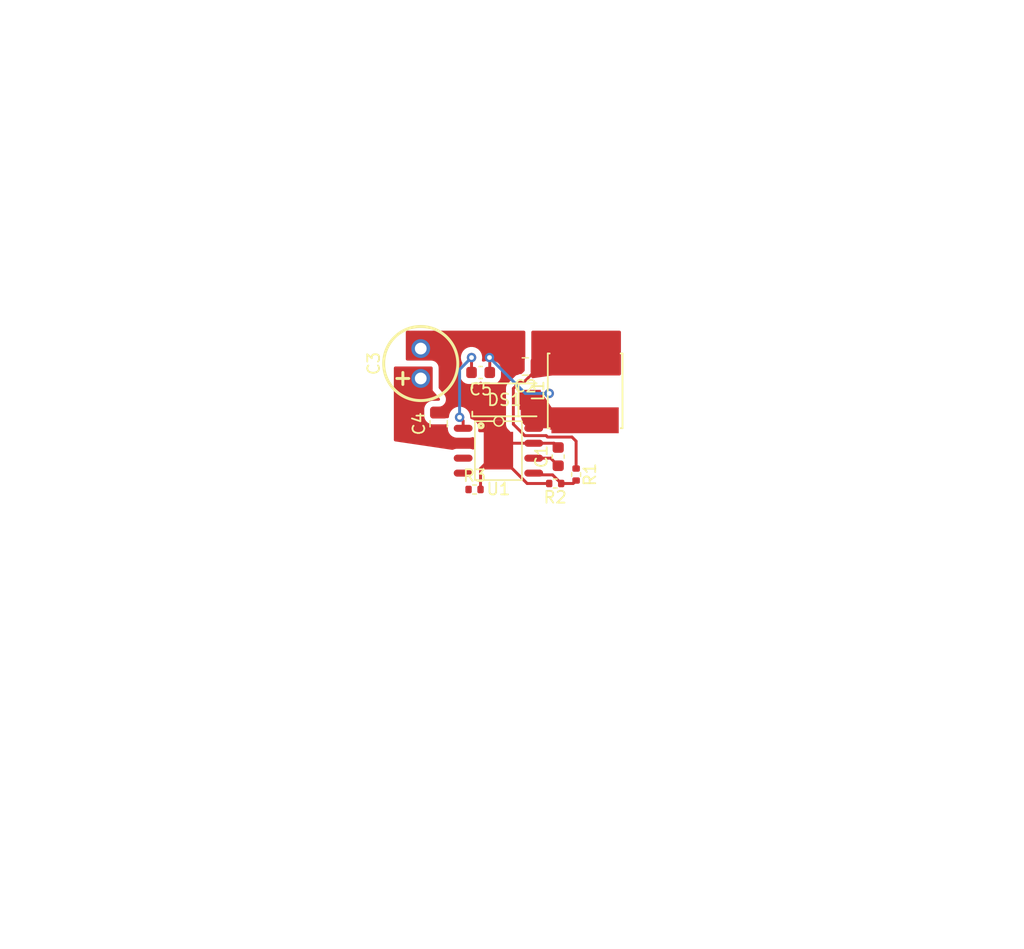
<source format=kicad_pcb>
(kicad_pcb (version 20240108) (generator "pcbnew") (generator_version "8.0")
  (layers (0 "F.Cu" signal) (31 "B.Cu" signal) (34 "B.Paste" user) (35 "F.Paste" user) (36 "B.SilkS" user "B.Silkscreen") (37 "F.SilkS" user "F.Silkscreen") (38 "B.Mask" user) (39 "F.Mask" user) (44 "Edge.Cuts" user))
  (net 0 "")
  (net 1 "boot")
  (net 2 "out")
  (net 3 "vcc")
  (net 4 "rt_slash_sync")
  (net 5 "en")
  (net 6 "gnd")
  (net 7 "sw")
  (net 8 "ss")
  (net 9 "vcc-1")
  (footprint "lib:C0603" (layer "F.Cu") (at 146.571 95.25 180)
    (property "Reference" "C5" (at 0 -1.43 180) (layer "F.SilkS"))
    (property "Value" "50V 100nF X7R ±10% 0603  Multilayer Ceramic Capacitors MLCC - SMD/SMT ROHS")
    (fp_line (start -0.14058 0.51) (end 0.14058 0.51) (stroke (width 0.12)) (layer "F.SilkS"))
    (fp_line (start -0.14058 -0.51) (end 0.14058 -0.51) (stroke (width 0.12)) (layer "F.SilkS"))
    (pad "1" smd roundrect (at -0.775 0 180) (size 0.9 0.95) (layers "F.Cu" "F.Paste" "F.Mask") (net 7 "sw"))
    (pad "2" smd roundrect (at 0.775 0 180) (size 0.9 0.95) (layers "F.Cu" "F.Paste" "F.Mask") (net 1 "boot"))
  )
  (footprint "lib:IND-SMD_L6.2-W6.2" (layer "F.Cu") (at 155.448 96.814 90)
    (property "Reference" "L1" (at 0 -4 -90) (layer "F.SilkS"))
    (property "Value" "8.2uH +/- 20%")
    (fp_line (start 3.18 -3.17) (end 3.18 -3.01) (stroke (width 0.15)) (layer "F.SilkS"))
    (fp_line (start -3.17 -3.17) (end 3.18 -3.17) (stroke (width 0.15)) (layer "F.SilkS"))
    (fp_line (start -3.17 -3.01) (end -3.17 -3.17) (stroke (width 0.15)) (layer "F.SilkS"))
    (fp_line (start -3.17 3.02) (end -3.17 3.18) (stroke (width 0.15)) (layer "F.SilkS"))
    (fp_line (start 3.18 3.18) (end 3.18 3.02) (stroke (width 0.15)) (layer "F.SilkS"))
    (fp_line (start -3.17 3.18) (end 3.18 3.18) (stroke (width 0.15)) (layer "F.SilkS"))
    (pad "1" smd rect (at -2.5 0 90) (size 2.2 5.72) (layers "F.Cu" "F.Paste" "F.Mask") (net 7 "sw"))
    (pad "2" smd rect (at 2.5 0 90) (size 2.2 5.72) (layers "F.Cu" "F.Paste" "F.Mask") (net 9 "vcc-1"))
  )
  (footprint "lib:R0402" (layer "F.Cu") (at 146.052 105.196)
    (property "Reference" "R3" (at 0 -1.17 0) (layer "F.SilkS"))
    (property "Value" "62.5mW Thick Film Resistors 50V ±100ppm/℃ ±1% 36.5kΩ 0402  Chip Resistor - Surface Mount ROHS")
    (fp_line (start -0.153641 -0.38) (end 0.153641 -0.38) (stroke (width 0.12)) (layer "F.SilkS"))
    (fp_line (start -0.153641 0.38) (end 0.153641 0.38) (stroke (width 0.12)) (layer "F.SilkS"))
    (pad "1" smd roundrect (at -0.51 0) (size 0.54 0.64) (layers "F.Cu" "F.Paste" "F.Mask") (net 4 "rt_slash_sync"))
    (pad "2" smd roundrect (at 0.51 0) (size 0.54 0.64) (layers "F.Cu" "F.Paste" "F.Mask") (net 6 "gnd"))
  )
  (footprint "lib:C0805" (layer "F.Cu") (at 143.002 99.608 90)
    (property "Reference" "C4" (at 0 -1.68 -90) (layer "F.SilkS"))
    (property "Value" "100nF +/- 21%")
    (fp_line (start -0.261252 -0.735) (end 0.261252 -0.735) (stroke (width 0.12)) (layer "F.SilkS"))
    (fp_line (start -0.261252 0.735) (end 0.261252 0.735) (stroke (width 0.12)) (layer "F.SilkS"))
    (pad "1" smd roundrect (at -0.95 0 90) (size 1 1.45) (layers "F.Cu" "F.Paste" "F.Mask") (net 3 "vcc"))
    (pad "2" smd roundrect (at 0.95 0 90) (size 1 1.45) (layers "F.Cu" "F.Paste" "F.Mask") (net 6 "gnd"))
  )
  (footprint "lib:SO-8_L4.9-W3.9-P1.27-LS6.0-BL-EP" (layer "F.Cu") (at 148.082 101.894 -90)
    (property "Reference" "U1" (at 3.262 0 0) (layer "F.SilkS"))
    (property "Value" "")
    (fp_line (start -2.5 2) (end 2.5 2) (stroke (width 0.13)) (layer "F.SilkS"))
    (fp_line (start -2.5 2) (end -2.5 0.37) (stroke (width 0.13)) (layer "F.SilkS"))
    (fp_line (start -2.5 -2) (end -2.5 -0.45) (stroke (width 0.13)) (layer "F.SilkS"))
    (fp_line (start -2.5 -2) (end 2.5 -2) (stroke (width 0.13)) (layer "F.SilkS"))
    (fp_line (start 2.5 -2) (end 2.5 2) (stroke (width 0.13)) (layer "F.SilkS"))
    (fp_arc (start -2.507155 0.379938) (mid -2.496472 -0.439985) (end -2.5 0.38) (stroke (width 0.13)) (layer "F.SilkS"))
    (fp_circle (center -2.12 1.48) (end -1.94 1.48) (stroke (width 0.25)) (fill none) (layer "F.SilkS"))
    (pad "1" smd oval (at -1.9 3 270) (size 0.6 1.6) (layers "F.Cu" "F.Paste" "F.Mask") (net 1 "boot"))
    (pad "2" smd oval (at -0.63 3 270) (size 0.6 1.6) (layers "F.Cu" "F.Paste" "F.Mask") (net 3 "vcc"))
    (pad "3" smd oval (at 0.64 3 270) (size 0.6 1.6) (layers "F.Cu" "F.Paste" "F.Mask") (net 5 "en"))
    (pad "4" smd oval (at 1.91 3 270) (size 0.6 1.6) (layers "F.Cu" "F.Paste" "F.Mask") (net 4 "rt_slash_sync"))
    (pad "5" smd oval (at 1.91 -3 270) (size 0.6 1.6) (layers "F.Cu" "F.Paste" "F.Mask") (net 2 "out"))
    (pad "6" smd oval (at 0.64 -3 270) (size 0.6 1.6) (layers "F.Cu" "F.Paste" "F.Mask") (net 8 "ss"))
    (pad "7" smd oval (at -0.63 -3 270) (size 0.6 1.6) (layers "F.Cu" "F.Paste" "F.Mask") (net 6 "gnd"))
    (pad "8" smd oval (at -1.9 -3 270) (size 0.6 1.6) (layers "F.Cu" "F.Paste" "F.Mask") (net 7 "sw"))
    (pad "9" smd rect (at 0 0 270) (size 3.2 2.5) (layers "F.Cu" "F.Paste" "F.Mask") (net 6 "gnd"))
  )
  (footprint "lib:C0603" (layer "F.Cu") (at 153.162 102.402 90)
    (property "Reference" "C1" (at 0 -1.43 -90) (layer "F.SilkS"))
    (property "Value" "50V 10nF X7R ±10% 0603  Multilayer Ceramic Capacitors MLCC - SMD/SMT ROHS")
    (fp_line (start -0.14058 -0.51) (end 0.14058 -0.51) (stroke (width 0.12)) (layer "F.SilkS"))
    (fp_line (start -0.14058 0.51) (end 0.14058 0.51) (stroke (width 0.12)) (layer "F.SilkS"))
    (pad "1" smd roundrect (at -0.775 0 90) (size 0.9 0.95) (layers "F.Cu" "F.Paste" "F.Mask") (net 8 "ss"))
    (pad "2" smd roundrect (at 0.775 0 90) (size 0.9 0.95) (layers "F.Cu" "F.Paste" "F.Mask") (net 6 "gnd"))
  )
  (footprint "lib:SMA_L4.4-W2.6-LS5.0-RD" (layer "F.Cu") (at 148.59 97.576 180)
    (property "Reference" "DS1" (at 0 0 180) (layer "F.SilkS"))
    (property "Value" "")
    (fp_line (start 2.73 1.4) (end 2.73 1) (stroke (width 0.15)) (layer "F.SilkS"))
    (fp_line (start 2.73 -1.4) (end 2.73 -1) (stroke (width 0.15)) (layer "F.SilkS"))
    (fp_line (start -1.2 -1.4) (end -1.2 1.4) (stroke (width 0.15)) (layer "F.SilkS"))
    (fp_line (start -2.73 1.4) (end 2.73 1.4) (stroke (width 0.15)) (layer "F.SilkS"))
    (fp_line (start -2.73 -1.4) (end 2.73 -1.4) (stroke (width 0.15)) (layer "F.SilkS"))
    (pad "1" smd rect (at -2.19 0 180) (size 1.8 1.7) (layers "F.Cu" "F.Paste" "F.Mask") (net 7 "sw"))
    (pad "2" smd rect (at 2.19 0 180) (size 1.8 1.7) (layers "F.Cu" "F.Paste" "F.Mask") (net 6 "gnd"))
  )
  (footprint "lib:C0805" (layer "F.Cu") (at 150.368 94.742 180)
    (property "Reference" "C2" (at 0 -1.68 180) (layer "F.SilkS"))
    (property "Value" "22uF +/- 20%")
    (fp_line (start -0.261252 0.735) (end 0.261252 0.735) (stroke (width 0.12)) (layer "F.SilkS"))
    (fp_line (start -0.261252 -0.735) (end 0.261252 -0.735) (stroke (width 0.12)) (layer "F.SilkS"))
    (pad "1" smd roundrect (at -0.95 0 180) (size 1 1.45) (layers "F.Cu" "F.Paste" "F.Mask") (net 9 "vcc-1"))
    (pad "2" smd roundrect (at 0.95 0 180) (size 1 1.45) (layers "F.Cu" "F.Paste" "F.Mask") (net 6 "gnd"))
  )
  (footprint "lib:CAP-TH_BD6.3-P2.50-D1.0-FD" (layer "F.Cu") (at 141.478 94.488 90)
    (property "Reference" "C3" (at 0 -4 -90) (layer "F.SilkS"))
    (property "Value" "4.7uF to 10uF")
    (fp_line (start -1.27 -2.03) (end -1.27 -1.02) (stroke (width 0.25)) (layer "F.SilkS"))
    (fp_line (start -1.78 -1.52) (end -0.76 -1.52) (stroke (width 0.25)) (layer "F.SilkS"))
    (fp_circle (center 0 0) (end 3.15 0) (stroke (width 0.25)) (fill none) (layer "F.SilkS"))
    (pad "1" thru_hole circle (at -1.27 0 90) (size 1.6 1.6) (drill 0.999998) (layers "*.Cu" "*.Mask") (net 3 "vcc"))
    (pad "2" thru_hole circle (at 1.27 0 90) (size 1.6 1.6) (drill 0.999998) (layers "*.Cu" "*.Mask") (net 6 "gnd"))
  )
  (footprint "lib:R0402" (layer "F.Cu") (at 152.908 104.688 180)
    (property "Reference" "R2" (at 0 -1.17 180) (layer "F.SilkS"))
    (property "Value" "62.5mW Thick Film Resistors 50V ±100ppm/℃ ±1% 3.9kΩ 0402  Chip Resistor - Surface Mount ROHS")
    (fp_line (start -0.153641 0.38) (end 0.153641 0.38) (stroke (width 0.12)) (layer "F.SilkS"))
    (fp_line (start -0.153641 -0.38) (end 0.153641 -0.38) (stroke (width 0.12)) (layer "F.SilkS"))
    (pad "1" smd roundrect (at -0.51 0 180) (size 0.54 0.64) (layers "F.Cu" "F.Paste" "F.Mask") (net 2 "out"))
    (pad "2" smd roundrect (at 0.51 0 180) (size 0.54 0.64) (layers "F.Cu" "F.Paste" "F.Mask") (net 6 "gnd"))
  )
  (footprint "lib:R0402" (layer "F.Cu") (at 154.686 103.926 -90)
    (property "Reference" "R1" (at 0 -1.17 90) (layer "F.SilkS"))
    (property "Value" "62.5mW Thick Film Resistors 50V ±100ppm/℃ ±1% 13.3kΩ 0402  Chip Resistor - Surface Mount ROHS")
    (fp_line (start -0.153641 0.38) (end 0.153641 0.38) (stroke (width 0.12)) (layer "F.SilkS"))
    (fp_line (start -0.153641 -0.38) (end 0.153641 -0.38) (stroke (width 0.12)) (layer "F.SilkS"))
    (pad "1" smd roundrect (at -0.51 0 270) (size 0.54 0.64) (layers "F.Cu" "F.Paste" "F.Mask") (net 9 "vcc-1"))
    (pad "2" smd roundrect (at 0.51 0 270) (size 0.54 0.64) (layers "F.Cu" "F.Paste" "F.Mask") (net 2 "out"))
  )
  (segment (start 145.082 99.994) (end 145.082 99.362) (width 0.25) (layer "F.Cu") (net 1))
  (segment (start 145.082 99.362) (end 144.78 99.06) (width 0.25) (layer "F.Cu") (net 1))
  (segment (start 145.796 95.25) (end 145.796 93.98) (width 0.25) (layer "F.Cu") (net 1))
  (via (at 144.78 99.06) (size 0.8) (drill 0.4) (layers "F.Cu" "B.Cu") (net 1))
  (via (at 145.796 93.98) (size 0.8) (drill 0.4) (layers "F.Cu" "B.Cu") (net 1))
  (segment (start 144.78 99.06) (end 144.78 94.996) (width 0.25) (layer "B.Cu") (net 1))
  (segment (start 144.78 94.996) (end 145.796 93.98) (width 0.25) (layer "B.Cu") (net 1))
  (segment (start 151.082 103.804) (end 151.23 103.952) (width 0.25) (layer "F.Cu") (net 2))
  (segment (start 152.682 103.952) (end 153.418 104.688) (width 0.25) (layer "F.Cu") (net 2))
  (segment (start 154.434 104.688) (end 154.686 104.436) (width 0.25) (layer "F.Cu") (net 2))
  (segment (start 153.418 104.688) (end 154.434 104.688) (width 0.25) (layer "F.Cu") (net 2))
  (segment (start 151.23 103.952) (end 152.682 103.952) (width 0.25) (layer "F.Cu") (net 2))
  (segment (start 151.082 101.264) (end 148.712 101.264) (width 0.25) (layer "F.Cu") (net 6))
  (segment (start 148.082 102.244) (end 148.082 101.894) (width 0.25) (layer "F.Cu") (net 6))
  (segment (start 146.562 105.196) (end 146.562 103.414) (width 0.25) (layer "F.Cu") (net 6))
  (segment (start 152.398 104.688) (end 150.526 104.688) (width 0.25) (layer "F.Cu") (net 6))
  (segment (start 152.799 101.264) (end 153.162 101.627) (width 0.25) (layer "F.Cu") (net 6))
  (segment (start 150.526 104.688) (end 148.082 102.244) (width 0.25) (layer "F.Cu") (net 6))
  (segment (start 146.562 103.414) (end 148.082 101.894) (width 0.25) (layer "F.Cu") (net 6))
  (segment (start 151.082 101.264) (end 152.799 101.264) (width 0.25) (layer "F.Cu") (net 6))
  (segment (start 148.712 101.264) (end 148.082 101.894) (width 0.25) (layer "F.Cu") (net 6))
  (segment (start 152.4 97.028) (end 151.328 97.028) (width 0.25) (layer "F.Cu") (net 7))
  (segment (start 147.346 94.006) (end 147.32 93.98) (width 0.25) (layer "F.Cu") (net 7))
  (segment (start 147.346 95.25) (end 147.346 94.006) (width 0.25) (layer "F.Cu") (net 7))
  (segment (start 151.328 97.028) (end 150.78 97.576) (width 0.25) (layer "F.Cu") (net 7))
  (via (at 152.4 97.028) (size 0.8) (drill 0.4) (layers "F.Cu" "B.Cu") (net 7))
  (via (at 147.32 93.98) (size 0.8) (drill 0.4) (layers "F.Cu" "B.Cu") (net 7))
  (segment (start 147.32 93.98) (end 150.368 97.028) (width 0.25) (layer "B.Cu") (net 7))
  (segment (start 150.368 97.028) (end 152.4 97.028) (width 0.25) (layer "B.Cu") (net 7))
  (segment (start 152.519 102.534) (end 153.162 103.177) (width 0.25) (layer "F.Cu") (net 8))
  (segment (start 151.082 102.534) (end 152.519 102.534) (width 0.25) (layer "F.Cu") (net 8))
  (segment (start 149.944 96.012) (end 150.302 96.012) (width 0.25) (layer "F.Cu") (net 9))
  (segment (start 154.686 103.416) (end 154.686 101.092) (width 0.25) (layer "F.Cu") (net 9))
  (segment (start 150.302 96.012) (end 151.318 94.996) (width 0.25) (layer "F.Cu") (net 9))
  (segment (start 152.263 100.739) (end 152.143 100.619) (width 0.25) (layer "F.Cu") (net 9))
  (segment (start 154.333 100.739) (end 152.263 100.739) (width 0.25) (layer "F.Cu") (net 9))
  (segment (start 154.686 101.092) (end 154.333 100.739) (width 0.25) (layer "F.Cu") (net 9))
  (segment (start 149.352 99.647883) (end 149.352 96.604) (width 0.25) (layer "F.Cu") (net 9))
  (segment (start 149.352 96.604) (end 149.944 96.012) (width 0.25) (layer "F.Cu") (net 9))
  (segment (start 152.143 100.619) (end 150.323117 100.619) (width 0.25) (layer "F.Cu") (net 9))
  (segment (start 150.323117 100.619) (end 149.352 99.647883) (width 0.25) (layer "F.Cu") (net 9))
  (zone (net 6) (net_name "gnd") (layer "F.Cu") (priority 1) (connect_pads yes (clearance 0.5)) (min_thickness 0.25) (fill yes (thermal_gap 0.5) (thermal_bridge_width 1))
    (polygon (pts (xy 140.208 91.694) (xy 150.368 91.694) (xy 150.368 100.33) (xy 141.986 100.33) (xy 140.208 96.52)))
  )
  (zone (net 6) (net_name "gnd") (layer "F.Cu") (priority 3) (connect_pads yes (clearance 0.5)) (min_thickness 0.25) (fill yes (thermal_gap 0.5) (thermal_bridge_width 0.5))
    (polygon (pts (xy 147.066 99.314) (xy 147.066 103.378) (xy 149.098 103.378) (xy 149.098 99.314)))
  )
  (zone (net 3) (net_name "vcc") (layer "F.Cu") (priority 4) (connect_pads yes (clearance 0.5)) (min_thickness 0.25) (fill yes (thermal_gap 0.5) (thermal_bridge_width 1))
    (polygon (pts (xy 146.05 100.838) (xy 146.05 102.108) (xy 139.192 101.092) (xy 139.192 94.742) (xy 142.494 94.742) (xy 142.494 96.774)))
  )
  (zone (net 9) (net_name "vcc-1") (layer "F.Cu") (connect_pads yes (clearance 0.5)) (min_thickness 0.25) (fill yes (thermal_gap 0.5) (thermal_bridge_width 1))
    (polygon (pts (xy 150.876 91.694) (xy 150.876 95.758) (xy 152.654 95.504) (xy 158.496 95.504) (xy 158.496 91.694)))
  )
  (zone (net 7) (net_name "sw") (layer "F.Cu") (priority 2) (connect_pads yes (clearance 0.5)) (min_thickness 0.25) (fill yes (thermal_gap 0.5) (thermal_bridge_width 0.5))
    (polygon (pts (xy 150.368 100.33) (xy 158.242 100.33) (xy 158.242 98.298) (xy 152.654 98.298) (xy 151.638 96.774) (xy 149.86 96.774) (xy 149.86 98.552)))
  )
)
</source>
